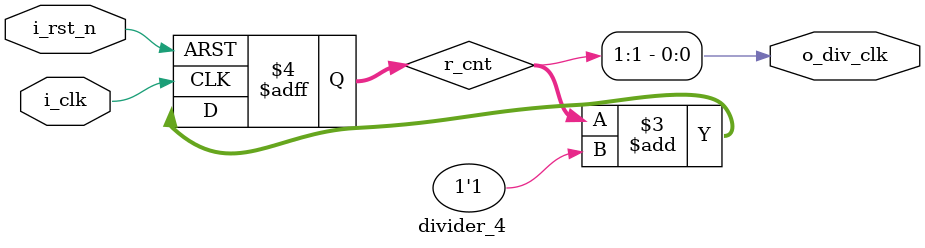
<source format=v>
module divider_4 (i_clk, i_rst_n, o_div_clk);
    input i_clk;
    input i_rst_n;
    output o_div_clk;
    reg [1:0] r_cnt;
    
    always @ (posedge i_clk or negedge i_rst_n)
        begin
            if (!i_rst_n)
                r_cnt <= 0;
            else
                r_cnt <= r_cnt + 1'b1;
        end
        
    assign o_div_clk = r_cnt[1];

endmodule

</source>
